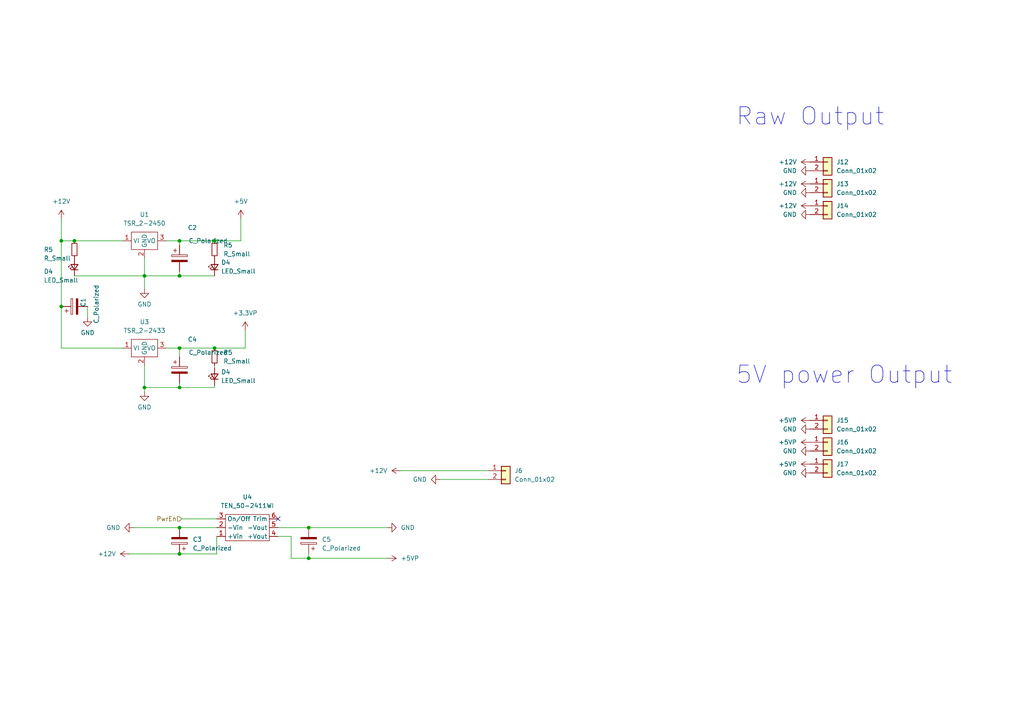
<source format=kicad_sch>
(kicad_sch (version 20230121) (generator eeschema)
  (paper "A4")
  (lib_symbols
    (symbol "Connector_Generic:Conn_01x02" (pin_names (offset 1.016) hide)
      (property "Reference" "J" (at 0 2.54 0))
      (property "Value" "Conn_01x02" (at 0 -5.08 0))
      (symbol "Conn_01x02_1_1"
        (rectangle (start -1.27 -2.413) (end 0 -2.667) (stroke (width 0.1524)))
        (rectangle (start -1.27 0.127) (end 0 -0.127) (stroke (width 0.1524)))
        (rectangle (start -1.27 1.27) (end 1.27 -3.81) (stroke (width 0.254)) (fill (type background)))
        (pin passive line (at -5.08 0 0) (length 3.81) (name "Pin_1") (number "1"))
        (pin passive line (at -5.08 -2.54 0) (length 3.81) (name "Pin_2") (number "2"))
      )
    )
    (symbol "Device:C_Polarized" (pin_numbers hide) (pin_names (offset 0.254))
      (property "Reference" "C" (at 0.635 2.54 0))
      (property "Value" "C_Polarized" (at 0.635 -2.54 0))
      (symbol "C_Polarized_0_1"
        (rectangle (start -2.286 0.508) (end 2.286 1.016))
        (polyline (pts (xy -1.778 2.286) (xy -0.762 2.286)))
        (polyline (pts (xy -1.27 2.794) (xy -1.27 1.778)))
        (rectangle (start 2.286 -0.508) (end -2.286 -1.016) (fill (type outline)))
      )
      (symbol "C_Polarized_1_1"
        (pin passive line (at 0 3.81 270) (length 2.794) (name "~") (number "1"))
        (pin passive line (at 0 -3.81 90) (length 2.794) (name "~") (number "2"))
      )
    )
    (symbol "Device:LED_Small" (pin_numbers hide) (pin_names (offset 0.254) hide)
      (property "Reference" "D" (at -1.27 3.175 0))
      (property "Value" "LED_Small" (at -4.445 -2.54 0))
      (symbol "LED_Small_0_1"
        (polyline (pts (xy -0.762 -1.016) (xy -0.762 1.016)) (stroke (width 0.254)))
        (polyline (pts (xy 1.016 0) (xy -0.762 0)))
        (polyline (pts (xy 0.762 -1.016) (xy -0.762 0) (xy 0.762 1.016) (xy 0.762 -1.016)) (stroke (width 0.254)))
        (polyline (pts (xy 0 0.762) (xy -0.508 1.27) (xy -0.254 1.27) (xy -0.508 1.27) (xy -0.508 1.016)))
        (polyline (pts (xy 0.508 1.27) (xy 0 1.778) (xy 0.254 1.778) (xy 0 1.778) (xy 0 1.524)))
      )
      (symbol "LED_Small_1_1"
        (pin passive line (at -2.54 0 0) (length 1.778) (name "K") (number "1"))
        (pin passive line (at 2.54 0 180) (length 1.778) (name "A") (number "2"))
      )
    )
    (symbol "Device:R_Small" (pin_numbers hide) (pin_names (offset 0.254) hide)
      (property "Reference" "R" (at 0.762 0.508 0))
      (property "Value" "R_Small" (at 0.762 -1.016 0))
      (symbol "R_Small_0_1"
        (rectangle (start -0.762 1.778) (end 0.762 -1.778) (stroke (width 0.2032)))
      )
      (symbol "R_Small_1_1"
        (pin passive line (at 0 2.54 270) (length 0.762) (name "~") (number "1"))
        (pin passive line (at 0 -2.54 90) (length 0.762) (name "~") (number "2"))
      )
    )
    (symbol "Traco:TEN_50-2411WI"
      (property "Reference" "U" (at 0 5.08 0))
      (property "Value" "TEN_50-2411WI" (at 0 -5.08 0))
      (symbol "TEN_50-2411WI_0_1"
        (rectangle (start -6.35 3.81) (end 6.35 -3.81))
      )
      (symbol "TEN_50-2411WI_1_1"
        (pin free line (at -8.89 -2.54 0) (length 2.54) (name "+Vin") (number "1"))
        (pin free line (at -8.89 0 0) (length 2.54) (name "-Vin") (number "2"))
        (pin free line (at -8.89 2.54 0) (length 2.54) (name "On/Off") (number "3"))
        (pin free line (at 8.89 -2.54 180) (length 2.54) (name "+Vout") (number "4"))
        (pin free line (at 8.89 0 180) (length 2.54) (name "-Vout") (number "5"))
        (pin free line (at 8.89 2.54 180) (length 2.54) (name "Trim") (number "6"))
      )
    )
    (symbol "Traco:TSR_2-2433"
      (property "Reference" "U" (at 0 5.08 0))
      (property "Value" "TSR_2-2433" (at 0 3.81 0))
      (symbol "TSR_2-2433_0_1"
        (rectangle (start -3.81 2.54) (end 3.81 -2.54))
      )
      (symbol "TSR_2-2433_1_1"
        (pin free line (at -6.35 0 0) (length 2.54) (name "VI") (number "1"))
        (pin free line (at 0 -5.08 90) (length 2.54) (name "GND") (number "2"))
        (pin free line (at 6.35 0 180) (length 2.54) (name "VO") (number "3"))
      )
    )
    (symbol "Traco:TSR_2-2450"
      (property "Reference" "U" (at 0 5.08 0))
      (property "Value" "TSR_2-2450" (at 0 3.81 0))
      (symbol "TSR_2-2450_0_1"
        (rectangle (start -3.81 2.54) (end 3.81 -2.54))
      )
      (symbol "TSR_2-2450_1_1"
        (pin free line (at -6.35 0 0) (length 2.54) (name "VI") (number "1"))
        (pin free line (at 0 -5.08 90) (length 2.54) (name "GND") (number "2"))
        (pin free line (at 6.35 0 180) (length 2.54) (name "VO") (number "3"))
      )
    )
    (symbol "power:+12V" (power) (pin_names (offset 0))
      (property "Value" "+12V" (at 0 3.556 0))
      (symbol "+12V_0_1"
        (polyline (pts (xy -0.762 1.27) (xy 0 2.54)))
        (polyline (pts (xy 0 0) (xy 0 2.54)))
        (polyline (pts (xy 0 2.54) (xy 0.762 1.27)))
      )
      (symbol "+12V_1_1"
        (pin power_in line (at 0 0 90) (length 0) hide (name "+12V") (number "1"))
      )
    )
    (symbol "power:+3.3VP" (power) (pin_names (offset 0))
      (property "Value" "+3.3VP" (at 0 2.54 0))
      (symbol "+3.3VP_0_0"
        (pin power_in line (at 0 0 90) (length 0) hide (name "+3.3VP") (number "1"))
      )
      (symbol "+3.3VP_0_1"
        (polyline (pts (xy -0.762 1.27) (xy 0 2.54)))
        (polyline (pts (xy 0 0) (xy 0 2.54)))
        (polyline (pts (xy 0 2.54) (xy 0.762 1.27)))
      )
    )
    (symbol "power:+5V" (power) (pin_names (offset 0))
      (property "Value" "+5V" (at 0 3.556 0))
      (symbol "+5V_0_1"
        (polyline (pts (xy -0.762 1.27) (xy 0 2.54)))
        (polyline (pts (xy 0 0) (xy 0 2.54)))
        (polyline (pts (xy 0 2.54) (xy 0.762 1.27)))
      )
      (symbol "+5V_1_1"
        (pin power_in line (at 0 0 90) (length 0) hide (name "+5V") (number "1"))
      )
    )
    (symbol "power:+5VP" (power) (pin_names (offset 0))
      (property "Value" "+5VP" (at 0 3.556 0))
      (symbol "+5VP_0_1"
        (polyline (pts (xy -0.762 1.27) (xy 0 2.54)))
        (polyline (pts (xy 0 0) (xy 0 2.54)))
        (polyline (pts (xy 0 2.54) (xy 0.762 1.27)))
      )
      (symbol "+5VP_1_1"
        (pin power_in line (at 0 0 90) (length 0) hide (name "+5VP") (number "1"))
      )
    )
    (symbol "power:GND" (power) (pin_names (offset 0))
      (property "Value" "GND" (at 0 -3.81 0))
      (symbol "GND_0_1"
        (polyline (pts (xy 0 0) (xy 0 -1.27) (xy 1.27 -1.27) (xy 0 -2.54) (xy -1.27 -1.27) (xy 0 -1.27)))
      )
      (symbol "GND_1_1"
        (pin power_in line (at 0 0 270) (length 0) hide (name "GND") (number "1"))
      )
    )
  )
  (junction (at 41.91 112.395))
  (junction (at 52.07 69.85))
  (junction (at 17.78 88.9))
  (junction (at 52.07 80.01))
  (junction (at 21.59 69.85))
  (junction (at 62.23 100.965))
  (junction (at 52.07 160.655))
  (junction (at 52.07 100.965))
  (junction (at 89.535 161.925))
  (junction (at 89.535 153.035))
  (junction (at 17.78 69.85))
  (junction (at 52.07 153.035))
  (junction (at 41.91 80.01))
  (junction (at 52.07 112.395))
  (junction (at 62.23 69.85))
  (no_connect (at 80.645 150.495))
  (wire (pts (xy 52.07 100.965) (xy 62.23 100.965)))
  (wire (pts (xy 84.455 155.575) (xy 80.645 155.575)))
  (wire (pts (xy 89.535 160.655) (xy 89.535 161.925)))
  (wire (pts (xy 52.07 153.035) (xy 62.865 153.035)))
  (wire (pts (xy 17.78 69.85) (xy 21.59 69.85)))
  (wire (pts (xy 127.635 139.065) (xy 141.605 139.065)))
  (wire (pts (xy 71.12 100.965) (xy 62.23 100.965)))
  (wire (pts (xy 52.07 69.85) (xy 62.23 69.85)))
  (wire (pts (xy 84.455 161.925) (xy 89.535 161.925)))
  (wire (pts (xy 41.91 80.01) (xy 52.07 80.01)))
  (wire (pts (xy 48.26 69.85) (xy 52.07 69.85)))
  (wire (pts (xy 41.91 74.93) (xy 41.91 80.01)))
  (wire (pts (xy 52.07 71.12) (xy 52.07 69.85)))
  (wire (pts (xy 62.23 106.68) (xy 62.23 106.045)))
  (wire (pts (xy 52.07 100.965) (xy 52.07 103.505)))
  (wire (pts (xy 89.535 153.035) (xy 112.395 153.035)))
  (wire (pts (xy 52.07 80.01) (xy 62.23 80.01)))
  (wire (pts (xy 37.465 160.655) (xy 52.07 160.655)))
  (wire (pts (xy 17.78 100.965) (xy 35.56 100.965)))
  (wire (pts (xy 116.205 136.525) (xy 141.605 136.525)))
  (wire (pts (xy 62.865 160.655) (xy 62.865 155.575)))
  (wire (pts (xy 80.645 153.035) (xy 89.535 153.035)))
  (wire (pts (xy 52.705 150.495) (xy 62.865 150.495)))
  (wire (pts (xy 41.91 112.395) (xy 41.91 113.665)))
  (wire (pts (xy 52.07 111.125) (xy 52.07 112.395)))
  (wire (pts (xy 17.78 88.9) (xy 17.78 100.965)))
  (wire (pts (xy 48.26 100.965) (xy 52.07 100.965)))
  (wire (pts (xy 62.23 111.76) (xy 62.23 112.395)))
  (wire (pts (xy 41.91 112.395) (xy 52.07 112.395)))
  (wire (pts (xy 52.07 112.395) (xy 62.23 112.395)))
  (wire (pts (xy 41.91 83.82) (xy 41.91 80.01)))
  (wire (pts (xy 21.59 80.01) (xy 41.91 80.01)))
  (wire (pts (xy 52.07 160.655) (xy 62.865 160.655)))
  (wire (pts (xy 38.735 153.035) (xy 52.07 153.035)))
  (wire (pts (xy 69.85 63.5) (xy 69.85 69.85)))
  (wire (pts (xy 84.455 161.925) (xy 84.455 155.575)))
  (wire (pts (xy 69.85 69.85) (xy 62.23 69.85)))
  (wire (pts (xy 52.07 78.74) (xy 52.07 80.01)))
  (wire (pts (xy 89.535 161.925) (xy 112.395 161.925)))
  (wire (pts (xy 21.59 69.85) (xy 35.56 69.85)))
  (wire (pts (xy 41.91 106.045) (xy 41.91 112.395)))
  (wire (pts (xy 17.78 69.85) (xy 17.78 88.9)))
  (wire (pts (xy 25.4 92.075) (xy 25.4 88.9)))
  (wire (pts (xy 17.78 63.5) (xy 17.78 69.85)))
  (wire (pts (xy 71.12 95.885) (xy 71.12 100.965)))
  (text "5V power Output" (at 213.36 111.76 0) (effects (font (size 5 5)) (justify left bottom)))
  (text "Raw Output" (at 213.36 36.83 0) (effects (font (size 5 5)) (justify left bottom)))
  (hierarchical_label "PwrEn" (shape input) (at 52.705 150.495 180))
  (symbol (lib_id "power:+12V") (at 234.95 59.69 90) (unit 1)
    (property "Reference" "#PWR035" (effects hide))
    (property "Value" "+12V" (at 231.14 59.69 90) (effects (justify left)))
  )
  (symbol (lib_id "power:GND") (at 234.95 49.53 270) (unit 1)
    (property "Reference" "#PWR037" (effects hide))
    (property "Value" "GND" (at 231.14 49.53 90) (effects (justify right)))
    (instances (project "MainboardV3" (path "" (reference "#PWR037") (unit 1)) (path "" (reference "#PWR028") (unit 1))))
  )
  (symbol (lib_id "Connector_Generic:Conn_01x02") (at 240.03 128.27 0) (unit 1)
    (property "Reference" "J16" (at 242.57 128.27 0) (effects (justify left)))
    (property "Value" "Conn_01x02" (at 242.57 130.81 0) (effects (justify left)))
    (property "Footprint" "Connector_Molex:Molex_KK-254_AE-6410-02A_1x02_P2.54mm_Vertical" (effects hide))
  )
  (symbol (lib_id "power:+12V") (at 116.205 136.525 90) (unit 1)
    (property "Reference" "#PWR025" (effects hide))
    (property "Value" "+12V" (at 112.395 136.525 90) (effects (justify left)))
  )
  (symbol (lib_id "power:GND") (at 234.95 124.46 270) (unit 1)
    (property "Reference" "#PWR037" (effects hide))
    (property "Value" "GND" (at 231.14 124.46 90) (effects (justify right)))
    (instances (project "MainboardV3" (path "" (reference "#PWR037") (unit 1)) (path "" (reference "#PWR051") (unit 1))))
  )
  (symbol (lib_id "power:GND") (at 234.95 62.23 270) (unit 1)
    (property "Reference" "#PWR037" (effects hide))
    (property "Value" "GND" (at 231.14 62.23 90) (effects (justify right)))
    (instances (project "MainboardV3" (path "" (reference "#PWR037") (unit 1)) (path "" (reference "#PWR049") (unit 1))))
  )
  (symbol (lib_id "power:+5VP") (at 234.95 128.27 90) (unit 1)
    (property "Reference" "#PWR052" (effects hide))
    (property "Value" "+5VP" (at 231.14 128.27 90) (effects (justify left)))
  )
  (symbol (lib_id "power:+12V") (at 234.95 46.99 90) (unit 1)
    (property "Reference" "#PWR029" (effects hide))
    (property "Value" "+12V" (at 231.14 46.99 90) (effects (justify left)))
  )
  (symbol (lib_id "power:+5V") (at 69.85 63.5 0) (unit 1)
    (property "Reference" "#PWR036" (effects hide))
    (property "Value" "+5V" (at 69.85 58.42 0))
  )
  (symbol (lib_id "power:+12V") (at 17.78 63.5 0) (unit 1)
    (property "Reference" "#PWR038" (effects hide))
    (property "Value" "+12V" (at 17.78 58.42 0))
  )
  (symbol (lib_id "Connector_Generic:Conn_01x02") (at 146.685 136.525 0) (unit 1)
    (property "Reference" "J6" (at 149.225 136.525 0) (effects (justify left)))
    (property "Value" "Conn_01x02" (at 149.225 139.065 0) (effects (justify left)))
    (property "Footprint" "Connector_AMASS:AMASS_XT60-M_1x02_P7.20mm_Vertical" (effects hide))
  )
  (symbol (lib_id "Device:LED_Small") (at 62.23 77.47 90) (unit 1)
    (property "Reference" "D4" (at 64.135 76.1365 90) (effects (justify right)))
    (property "Value" "LED_Small" (at 64.135 78.6765 90) (effects (justify right)))
    (property "Footprint" "LED_SMD:LED_1206_3216Metric_Pad1.42x1.75mm_HandSolder" (effects hide))
    (instances (project "MainboardV3" (path "" (reference "D4") (unit 1)) (path "" (reference "D3") (unit 1))))
  )
  (symbol (lib_id "power:+12V") (at 234.95 53.34 90) (unit 1)
    (property "Reference" "#PWR030" (effects hide))
    (property "Value" "+12V" (at 231.14 53.34 90) (effects (justify left)))
  )
  (symbol (lib_id "Connector_Generic:Conn_01x02") (at 240.03 134.62 0) (unit 1)
    (property "Reference" "J17" (at 242.57 134.62 0) (effects (justify left)))
    (property "Value" "Conn_01x02" (at 242.57 137.16 0) (effects (justify left)))
    (property "Footprint" "Connector_Molex:Molex_KK-254_AE-6410-02A_1x02_P2.54mm_Vertical" (effects hide))
  )
  (symbol (lib_id "Traco:TSR_2-2433") (at 41.91 100.965 0) (unit 1)
    (property "Reference" "U3" (at 41.91 93.345 0))
    (property "Value" "TSR_2-2433" (at 41.91 95.885 0))
    (property "Footprint" "Traco:Traco 2- 24xx" (effects hide))
  )
  (symbol (lib_id "power:+5VP") (at 112.395 161.925 270) (unit 1)
    (property "Reference" "#PWR046" (effects hide))
    (property "Value" "+5VP" (at 116.205 161.925 90) (effects (justify left)))
  )
  (symbol (lib_id "Connector_Generic:Conn_01x02") (at 240.03 46.99 0) (unit 1)
    (property "Reference" "J12" (at 242.57 46.99 0) (effects (justify left)))
    (property "Value" "Conn_01x02" (at 242.57 49.53 0) (effects (justify left)))
    (property "Footprint" "Connector_Molex:Molex_KK-254_AE-6410-02A_1x02_P2.54mm_Vertical" (effects hide))
  )
  (symbol (lib_id "Connector_Generic:Conn_01x02") (at 240.03 59.69 0) (unit 1)
    (property "Reference" "J14" (at 242.57 59.69 0) (effects (justify left)))
    (property "Value" "Conn_01x02" (at 242.57 62.23 0) (effects (justify left)))
    (property "Footprint" "Connector_Molex:Molex_KK-254_AE-6410-02A_1x02_P2.54mm_Vertical" (effects hide))
  )
  (symbol (lib_id "power:+3.3VP") (at 71.12 95.885 0) (unit 1)
    (property "Reference" "#PWR038" (effects hide))
    (property "Value" "+3.3VP" (at 71.12 90.805 0))
    (instances (project "MainboardV3" (path "" (reference "#PWR038") (unit 1)) (path "" (reference "#PWR041") (unit 1))))
  )
  (symbol (lib_id "power:GND") (at 41.91 113.665 0) (unit 1)
    (property "Reference" "#PWR037" (effects hide))
    (property "Value" "GND" (at 41.91 118.11 0))
    (instances (project "MainboardV3" (path "" (reference "#PWR037") (unit 1)) (path "" (reference "#PWR026") (unit 1))))
  )
  (symbol (lib_id "power:GND") (at 38.735 153.035 270) (unit 1)
    (property "Reference" "#PWR037" (effects hide))
    (property "Value" "GND" (at 34.925 153.035 90) (effects (justify right)))
    (instances (project "MainboardV3" (path "" (reference "#PWR037") (unit 1)) (path "" (reference "#PWR045") (unit 1))))
  )
  (symbol (lib_id "Device:C_Polarized") (at 52.07 74.93 0) (unit 1)
    (property "Reference" "C2" (at 57.15 66.04 0) (effects (justify right)))
    (property "Value" "C_Polarized" (at 66.04 69.85 0) (effects (justify right)))
    (property "Footprint" "Capacitor_THT:CP_Radial_D5.0mm_P2.50mm" (effects hide))
  )
  (symbol (lib_id "power:GND") (at 41.91 83.82 0) (unit 1)
    (property "Reference" "#PWR037" (effects hide))
    (property "Value" "GND" (at 41.91 88.265 0))
  )
  (symbol (lib_id "Device:LED_Small") (at 62.23 109.22 90) (unit 1)
    (property "Reference" "D4" (at 64.135 107.8865 90) (effects (justify right)))
    (property "Value" "LED_Small" (at 64.135 110.4265 90) (effects (justify right)))
    (property "Footprint" "LED_SMD:LED_1206_3216Metric_Pad1.42x1.75mm_HandSolder" (effects hide))
    (instances (project "MainboardV3" (path "" (reference "D4") (unit 1)) (path "" (reference "D1") (unit 1))))
  )
  (symbol (lib_id "power:GND") (at 234.95 130.81 270) (unit 1)
    (property "Reference" "#PWR037" (effects hide))
    (property "Value" "GND" (at 231.14 130.81 90) (effects (justify right)))
    (instances (project "MainboardV3" (path "" (reference "#PWR037") (unit 1)) (path "" (reference "#PWR053") (unit 1))))
  )
  (symbol (lib_id "power:+12V") (at 37.465 160.655 90) (unit 1)
    (property "Reference" "#PWR044" (effects hide))
    (property "Value" "+12V" (at 33.655 160.655 90) (effects (justify left)))
  )
  (symbol (lib_id "power:GND") (at 127.635 139.065 270) (unit 1)
    (property "Reference" "#PWR037" (effects hide))
    (property "Value" "GND" (at 123.825 139.065 90) (effects (justify right)))
    (instances (project "MainboardV3" (path "" (reference "#PWR037") (unit 1)) (path "" (reference "#PWR042") (unit 1))))
  )
  (symbol (lib_id "Device:R_Small") (at 62.23 72.39 0) (unit 1)
    (property "Reference" "R5" (at 64.77 71.12 0) (effects (justify left)))
    (property "Value" "R_Small" (at 64.77 73.66 0) (effects (justify left)))
    (property "Footprint" "Resistor_SMD:R_1206_3216Metric_Pad1.30x1.75mm_HandSolder" (effects hide))
    (instances (project "MainboardV3" (path "" (reference "R5") (unit 1)) (path "" (reference "R4") (unit 1))))
  )
  (symbol (lib_id "Connector_Generic:Conn_01x02") (at 240.03 53.34 0) (unit 1)
    (property "Reference" "J13" (at 242.57 53.34 0) (effects (justify left)))
    (property "Value" "Conn_01x02" (at 242.57 55.88 0) (effects (justify left)))
    (property "Footprint" "Connector_Molex:Molex_KK-254_AE-6410-02A_1x02_P2.54mm_Vertical" (effects hide))
  )
  (symbol (lib_id "Device:R_Small") (at 62.23 103.505 0) (unit 1)
    (property "Reference" "R5" (at 64.77 102.235 0) (effects (justify left)))
    (property "Value" "R_Small" (at 64.77 104.775 0) (effects (justify left)))
    (property "Footprint" "Resistor_SMD:R_1206_3216Metric_Pad1.30x1.75mm_HandSolder" (effects hide))
    (instances (project "MainboardV3" (path "" (reference "R5") (unit 1)) (path "" (reference "R3") (unit 1))))
  )
  (symbol (lib_id "Device:C_Polarized") (at 89.535 156.845 180) (unit 1)
    (property "Reference" "C5" (at 93.345 156.464 0) (effects (justify right)))
    (property "Value" "C_Polarized" (at 93.345 159.004 0) (effects (justify right)))
    (property "Footprint" "Capacitor_THT:CP_Radial_D8.0mm_P3.50mm" (effects hide))
  )
  (symbol (lib_id "power:GND") (at 234.95 137.16 270) (unit 1)
    (property "Reference" "#PWR037" (effects hide))
    (property "Value" "GND" (at 231.14 137.16 90) (effects (justify right)))
    (instances (project "MainboardV3" (path "" (reference "#PWR037") (unit 1)) (path "" (reference "#PWR055") (unit 1))))
  )
  (symbol (lib_id "Traco:TSR_2-2450") (at 41.91 69.85 0) (unit 1)
    (property "Reference" "U1" (at 41.91 62.23 0))
    (property "Value" "TSR_2-2450" (at 41.91 64.77 0))
    (property "Footprint" "Traco:Traco 2- 24xx" (effects hide))
  )
  (symbol (lib_id "Device:C_Polarized") (at 21.59 88.9 90) (unit 1)
    (property "Reference" "C1" (at 24.13 86.36 0) (effects (justify right)))
    (property "Value" "C_Polarized" (at 27.94 82.55 0) (effects (justify right)))
    (property "Footprint" "Capacitor_THT:CP_Radial_D5.0mm_P2.50mm" (effects hide))
  )
  (symbol (lib_id "Device:C_Polarized") (at 52.07 107.315 0) (unit 1)
    (property "Reference" "C4" (at 57.15 98.425 0) (effects (justify right)))
    (property "Value" "C_Polarized" (at 66.04 102.235 0) (effects (justify right)))
    (property "Footprint" "Capacitor_THT:CP_Radial_D5.0mm_P2.50mm" (effects hide))
  )
  (symbol (lib_id "power:+5VP") (at 234.95 121.92 90) (unit 1)
    (property "Reference" "#PWR050" (effects hide))
    (property "Value" "+5VP" (at 231.14 121.92 90) (effects (justify left)))
  )
  (symbol (lib_id "power:GND") (at 112.395 153.035 90) (unit 1)
    (property "Reference" "#PWR037" (effects hide))
    (property "Value" "GND" (at 116.205 153.035 90) (effects (justify right)))
    (instances (project "MainboardV3" (path "" (reference "#PWR037") (unit 1)) (path "" (reference "#PWR047") (unit 1))))
  )
  (symbol (lib_id "Device:LED_Small") (at 21.59 77.47 90) (unit 1)
    (property "Reference" "D4" (at 12.7 78.74 90) (effects (justify right)))
    (property "Value" "LED_Small" (at 12.7 81.28 90) (effects (justify right)))
    (property "Footprint" "LED_SMD:LED_1206_3216Metric_Pad1.42x1.75mm_HandSolder" (effects hide))
  )
  (symbol (lib_id "Device:R_Small") (at 21.59 72.39 0) (unit 1)
    (property "Reference" "R5" (at 12.7 72.39 0) (effects (justify left)))
    (property "Value" "R_Small" (at 12.7 74.93 0) (effects (justify left)))
    (property "Footprint" "Resistor_SMD:R_1206_3216Metric_Pad1.30x1.75mm_HandSolder" (effects hide))
  )
  (symbol (lib_id "Traco:TEN_50-2411WI") (at 71.755 153.035 0) (unit 1)
    (property "Reference" "U4" (at 71.755 144.145 0))
    (property "Value" "TEN_50-2411WI" (at 71.755 146.685 0))
    (property "Footprint" "Traco:Traco TEN 50 series" (effects hide))
  )
  (symbol (lib_id "power:GND") (at 234.95 55.88 270) (unit 1)
    (property "Reference" "#PWR037" (effects hide))
    (property "Value" "GND" (at 231.14 55.88 90) (effects (justify right)))
    (instances (project "MainboardV3" (path "" (reference "#PWR037") (unit 1)) (path "" (reference "#PWR031") (unit 1))))
  )
  (symbol (lib_id "power:GND") (at 25.4 92.075 0) (unit 1)
    (property "Reference" "#PWR037" (effects hide))
    (property "Value" "GND" (at 25.4 96.52 0))
    (instances (project "MainboardV3" (path "" (reference "#PWR037") (unit 1)) (path "" (reference "#PWR043") (unit 1))))
  )
  (symbol (lib_id "Device:C_Polarized") (at 52.07 156.845 180) (unit 1)
    (property "Reference" "C3" (at 55.88 156.464 0) (effects (justify right)))
    (property "Value" "C_Polarized" (at 55.88 159.004 0) (effects (justify right)))
    (property "Footprint" "Capacitor_THT:CP_Radial_D8.0mm_P3.80mm" (effects hide))
  )
  (symbol (lib_id "Connector_Generic:Conn_01x02") (at 240.03 121.92 0) (unit 1)
    (property "Reference" "J15" (at 242.57 121.92 0) (effects (justify left)))
    (property "Value" "Conn_01x02" (at 242.57 124.46 0) (effects (justify left)))
    (property "Footprint" "Connector_Molex:Molex_KK-254_AE-6410-02A_1x02_P2.54mm_Vertical" (effects hide))
  )
  (symbol (lib_id "power:+5VP") (at 234.95 134.62 90) (unit 1)
    (property "Reference" "#PWR054" (effects hide))
    (property "Value" "+5VP" (at 231.14 134.62 90) (effects (justify left)))
  )
)
</source>
